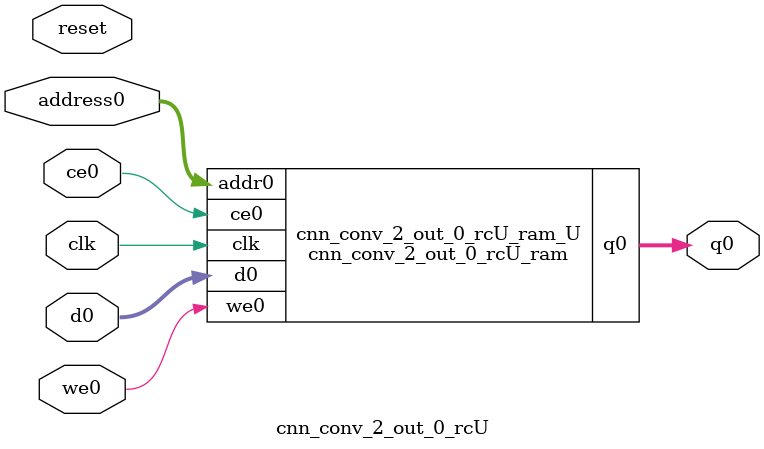
<source format=v>
`timescale 1 ns / 1 ps
module cnn_conv_2_out_0_rcU_ram (addr0, ce0, d0, we0, q0,  clk);

parameter DWIDTH = 14;
parameter AWIDTH = 4;
parameter MEM_SIZE = 16;

input[AWIDTH-1:0] addr0;
input ce0;
input[DWIDTH-1:0] d0;
input we0;
output reg[DWIDTH-1:0] q0;
input clk;

(* ram_style = "distributed" *)reg [DWIDTH-1:0] ram[0:MEM_SIZE-1];




always @(posedge clk)  
begin 
    if (ce0) 
    begin
        if (we0) 
        begin 
            ram[addr0] <= d0; 
        end 
        q0 <= ram[addr0];
    end
end


endmodule

`timescale 1 ns / 1 ps
module cnn_conv_2_out_0_rcU(
    reset,
    clk,
    address0,
    ce0,
    we0,
    d0,
    q0);

parameter DataWidth = 32'd14;
parameter AddressRange = 32'd16;
parameter AddressWidth = 32'd4;
input reset;
input clk;
input[AddressWidth - 1:0] address0;
input ce0;
input we0;
input[DataWidth - 1:0] d0;
output[DataWidth - 1:0] q0;



cnn_conv_2_out_0_rcU_ram cnn_conv_2_out_0_rcU_ram_U(
    .clk( clk ),
    .addr0( address0 ),
    .ce0( ce0 ),
    .we0( we0 ),
    .d0( d0 ),
    .q0( q0 ));

endmodule


</source>
